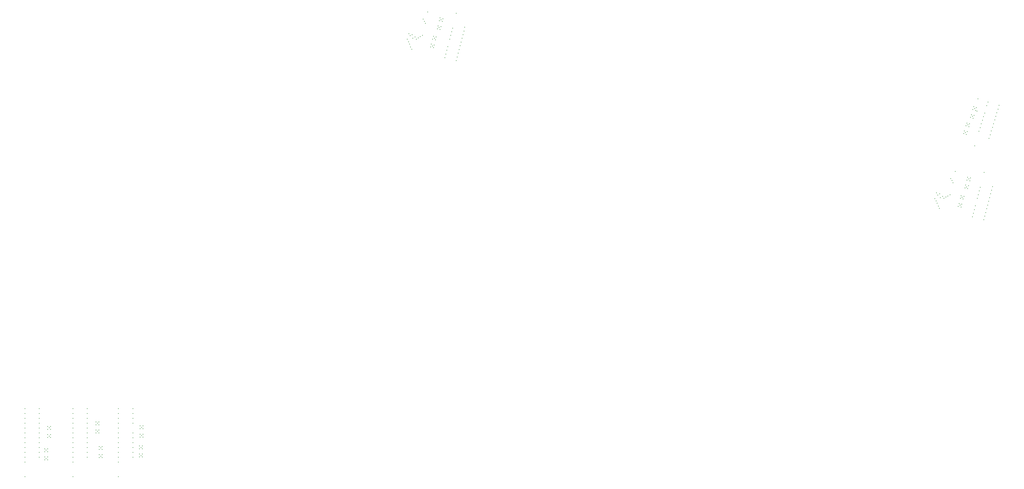
<source format=gbr>
*
G4_C Author: OrCAD GerbTool(tm) 8.1.1 Wed Jun 18 23:47:49 2003*
G4 Mass Parameters *
G4 Image *
G4 Aperture Definitions *
G4 Plot Data *
G4 Mass Parameters *
G4 Image *
G4 Aperture Definitions *
G4 Plot Data *
G4 Mass Parameters *
G4 Image *
G4 Aperture Definitions *
G4 Plot Data *
G4 Mass Parameters *
G4 Image *
G4 Aperture Definitions *
G4 Plot Data *
%LPD*%
%FSLAX34Y34*%
%MOIN*%
%AD*%
%ADD10R,0.050000X0.050000*%
%ADD11C,0.006000*%
%ADD12C,0.019000*%
%ADD13C,0.007900*%
%ADD14C,0.005000*%
%ADD15C,0.000800*%
%ADD16R,0.070000X0.025000*%
%ADD17R,0.068000X0.023000*%
%ADD18C,0.006000*%
%ADD19C,0.009800*%
%ADD20C,0.010000*%
%ADD21C,0.030000*%
%ADD22C,0.060000*%
%ADD23C,0.035000*%
%ADD24C,0.055000*%
%ADD25C,0.065000*%
%ADD256C,0.015000*%
%ADD257C,0.011000*%
%ADD258C,0.036000*%
G4_C OrCAD GerbTool Tool List *
G4_D256 2 0.0150 T 0 0*
G4_D257 1 0.0110 T 0 0*
G4_D258 3 0.0360 T 0 0*
G54D257*
G1X11832Y8860D3*
G1X11830Y8360D3*
G1X11830Y7860D3*
G1X11832Y6359D3*
G1X11831Y5859D3*
G1X11830Y5360D3*
G1X11830Y4860D3*
G1X11831Y4360D3*
G1X11831Y3859D3*
G1X10360Y8861D3*
G1X10360Y8361D3*
G1X10359Y7860D3*
G1X10359Y7361D3*
G1X10359Y6861D3*
G1X10359Y6360D3*
G1X10360Y5860D3*
G1X10360Y5361D3*
G1X10359Y4860D3*
G1X10360Y4361D3*
G1X10359Y3861D3*
G1X10360Y3360D3*
G1X10359Y1861D3*
G1X11830Y7360D3*
G1X12818Y3890D3*
G1X12818Y4191D3*
G1X12519Y3890D3*
G1X12519Y4190D3*
G1X12669Y4040D3*
G1X12818Y4730D3*
G1X12818Y5031D3*
G1X12518Y4730D3*
G1X12518Y5030D3*
G1X12668Y4880D3*
G1X12895Y5954D3*
G1X12895Y6254D3*
G1X12595Y5954D3*
G1X12595Y6254D3*
G1X12745Y6104D3*
G1X12894Y6794D3*
G1X12894Y7094D3*
G1X12595Y6794D3*
G1X12595Y7094D3*
G1X12745Y6944D3*
G1X7141Y7360D3*
G1X7142Y6859D3*
G1X7143Y6359D3*
G1X7142Y5859D3*
G1X7141Y5360D3*
G1X7141Y4860D3*
G1X7142Y4360D3*
G1X7142Y3859D3*
G1X5671Y8862D3*
G1X5671Y8362D3*
G1X5670Y7861D3*
G1X5670Y7362D3*
G1X5670Y6862D3*
G1X5670Y6361D3*
G1X5671Y5861D3*
G1X5671Y5362D3*
G1X5670Y4861D3*
G1X5671Y4362D3*
G1X5670Y3862D3*
G1X5671Y3361D3*
G1X5670Y1861D3*
G1X7141Y8860D3*
G1X7141Y8360D3*
G1X7141Y7860D3*
G1X8687Y3836D3*
G1X8687Y4136D3*
G1X8387Y3836D3*
G1X8388Y4136D3*
G1X8538Y3986D3*
G1X8686Y4676D3*
G1X8686Y4976D3*
G1X8387Y4676D3*
G1X8387Y4976D3*
G1X8537Y4826D3*
G1X8356Y6378D3*
G1X8356Y6679D3*
G1X8057Y6378D3*
G1X8057Y6678D3*
G1X8207Y6528D3*
G1X8356Y7218D3*
G1X8356Y7518D3*
G1X8056Y7218D3*
G1X8056Y7518D3*
G1X8206Y7368D3*
G1X2214Y8859D3*
G1X2212Y8359D3*
G1X2212Y7859D3*
G1X2212Y7359D3*
G1X2213Y6858D3*
G1X2214Y6358D3*
G1X2213Y5858D3*
G1X2212Y5359D3*
G1X2212Y4859D3*
G1X2213Y4359D3*
G1X2213Y3858D3*
G1X742Y8860D3*
G1X742Y8360D3*
G1X741Y7859D3*
G1X741Y7360D3*
G1X741Y6860D3*
G1X741Y6359D3*
G1X742Y5859D3*
G1X742Y5360D3*
G1X741Y4859D3*
G1X742Y4360D3*
G1X741Y3860D3*
G1X742Y3359D3*
G1X741Y1859D3*
G1X3075Y3601D3*
G1X3075Y3901D3*
G1X2775Y3601D3*
G1X2775Y3901D3*
G1X2925Y3751D3*
G1X3074Y4441D3*
G1X3074Y4741D3*
G1X2774Y4441D3*
G1X2775Y4740D3*
G1X2924Y4591D3*
G1X3394Y5905D3*
G1X3394Y6205D3*
G1X3094Y5905D3*
G1X3094Y6205D3*
G1X3244Y6055D3*
G1X3393Y6745D3*
G1X3393Y7045D3*
G1X3093Y6745D3*
G1X3094Y7044D3*
G1X3243Y6895D3*
G1X98604Y39469D3*
G1X99855Y36676D3*
G1X99970Y37053D3*
G1X100085Y37429D3*
G1X100201Y37806D3*
G1X100316Y38182D3*
G1X100431Y38560D3*
G1X100546Y38935D3*
G1X100661Y39312D3*
G1X100776Y39688D3*
G1X100891Y40064D3*
G1X98363Y35899D3*
G1X98823Y37404D3*
G1X98938Y37780D3*
G1X99053Y38156D3*
G1X99168Y38533D3*
G1X99283Y38910D3*
G1X99398Y39286D3*
G1X99628Y40038D3*
G1X99744Y40415D3*
G1X97521Y37074D3*
G1X97608Y37361D3*
G1X97234Y37162D3*
G1X97321Y37449D3*
G1X97421Y37261D3*
G1X97765Y37878D3*
G1X97853Y38165D3*
G1X97478Y37965D3*
G1X97567Y38251D3*
G1X97666Y38065D3*
G1X98229Y38746D3*
G1X98317Y39033D3*
G1X97943Y38834D3*
G1X98030Y39121D3*
G1X98130Y38933D3*
G1X98474Y39550D3*
G1X98562Y39836D3*
G1X98187Y39637D3*
G1X98276Y39923D3*
G1X98374Y39737D3*
G1X98717Y40729D3*
G1X95075Y30715D3*
G1X94748Y29457D3*
G1X95910Y32546D3*
G1X96035Y32332D3*
G1X96161Y32119D3*
G1X95840Y30878D3*
G1X95627Y30752D3*
G1X95414Y30627D3*
G1X95200Y30501D3*
G1X94442Y31061D3*
G1X94568Y30847D3*
G1X94862Y30589D3*
G1X94781Y30973D3*
G1X94525Y29991D3*
G1X94404Y30223D3*
G1X94630Y29698D3*
G1X94289Y30476D3*
G1X99310Y28291D3*
G1X99409Y28673D3*
G1X99507Y29054D3*
G1X99605Y29434D3*
G1X99704Y29816D3*
G1X99802Y30196D3*
G1X99901Y30578D3*
G1X100000Y30959D3*
G1X100098Y31340D3*
G1X100197Y31721D3*
G1X98147Y28592D3*
G1X98246Y28973D3*
G1X98344Y29353D3*
G1X98443Y29735D3*
G1X98640Y30497D3*
G1X98738Y30878D3*
G1X98837Y31260D3*
G1X98936Y31641D3*
G1X99330Y33164D3*
G1X96979Y29611D3*
G1X97054Y29902D3*
G1X96689Y29687D3*
G1X96764Y29977D3*
G1X96871Y29794D3*
G1X97188Y30425D3*
G1X97264Y30715D3*
G1X96898Y30500D3*
G1X96974Y30789D3*
G1X97081Y30608D3*
G1X97662Y31500D3*
G1X97737Y31790D3*
G1X97371Y31575D3*
G1X97446Y31865D3*
G1X97554Y31682D3*
G1X97871Y32313D3*
G1X97946Y32604D3*
G1X97581Y32388D3*
G1X97656Y32678D3*
G1X97763Y32496D3*
G1X96368Y33288D3*
G1X40839Y47096D3*
G1X40513Y45837D3*
G1X41674Y48926D3*
G1X41799Y48713D3*
G1X41925Y48499D3*
G1X41604Y47258D3*
G1X41391Y47133D3*
G1X41178Y47007D3*
G1X40964Y46881D3*
G1X40206Y47441D3*
G1X40332Y47227D3*
G1X40626Y46969D3*
G1X40545Y47353D3*
G1X40289Y46371D3*
G1X40168Y46603D3*
G1X40394Y46079D3*
G1X40053Y46856D3*
G1X45074Y44671D3*
G1X45173Y45053D3*
G1X45271Y45434D3*
G1X45370Y45814D3*
G1X45468Y46196D3*
G1X45567Y46576D3*
G1X45665Y46958D3*
G1X45764Y47339D3*
G1X45863Y47721D3*
G1X45961Y48101D3*
G1X43911Y44972D3*
G1X44010Y45353D3*
G1X44108Y45734D3*
G1X44207Y46115D3*
G1X44404Y46877D3*
G1X44502Y47258D3*
G1X44601Y47640D3*
G1X44700Y48021D3*
G1X45094Y49544D3*
G1X42743Y45992D3*
G1X42818Y46282D3*
G1X42453Y46067D3*
G1X42528Y46357D3*
G1X42636Y46174D3*
G1X42953Y46805D3*
G1X43028Y47096D3*
G1X42662Y46880D3*
G1X42738Y47169D3*
G1X42845Y46988D3*
G1X43426Y47880D3*
G1X43501Y48170D3*
G1X43135Y47955D3*
G1X43210Y48245D3*
G1X43318Y48063D3*
G1X43635Y48693D3*
G1X43710Y48984D3*
G1X43345Y48768D3*
G1X43421Y49058D3*
G1X43527Y48876D3*
G1X42132Y49669D3*
M2*

</source>
